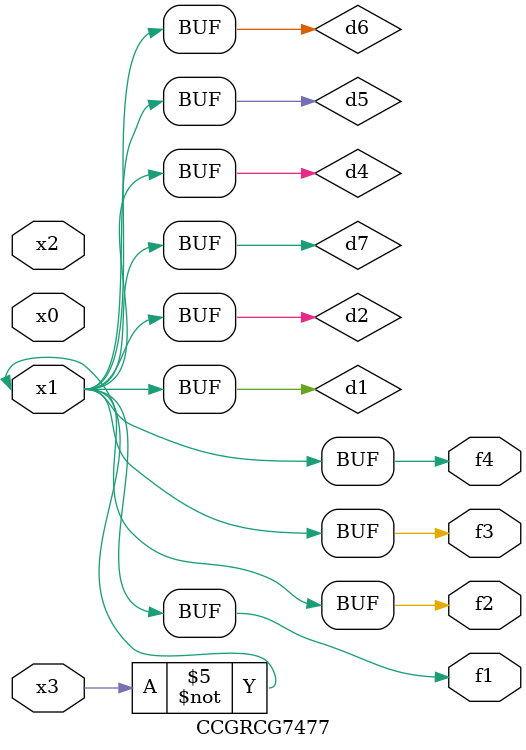
<source format=v>
module CCGRCG7477(
	input x0, x1, x2, x3,
	output f1, f2, f3, f4
);

	wire d1, d2, d3, d4, d5, d6, d7;

	not (d1, x3);
	buf (d2, x1);
	xnor (d3, d1, d2);
	nor (d4, d1);
	buf (d5, d1, d2);
	buf (d6, d4, d5);
	nand (d7, d4);
	assign f1 = d6;
	assign f2 = d7;
	assign f3 = d6;
	assign f4 = d6;
endmodule

</source>
